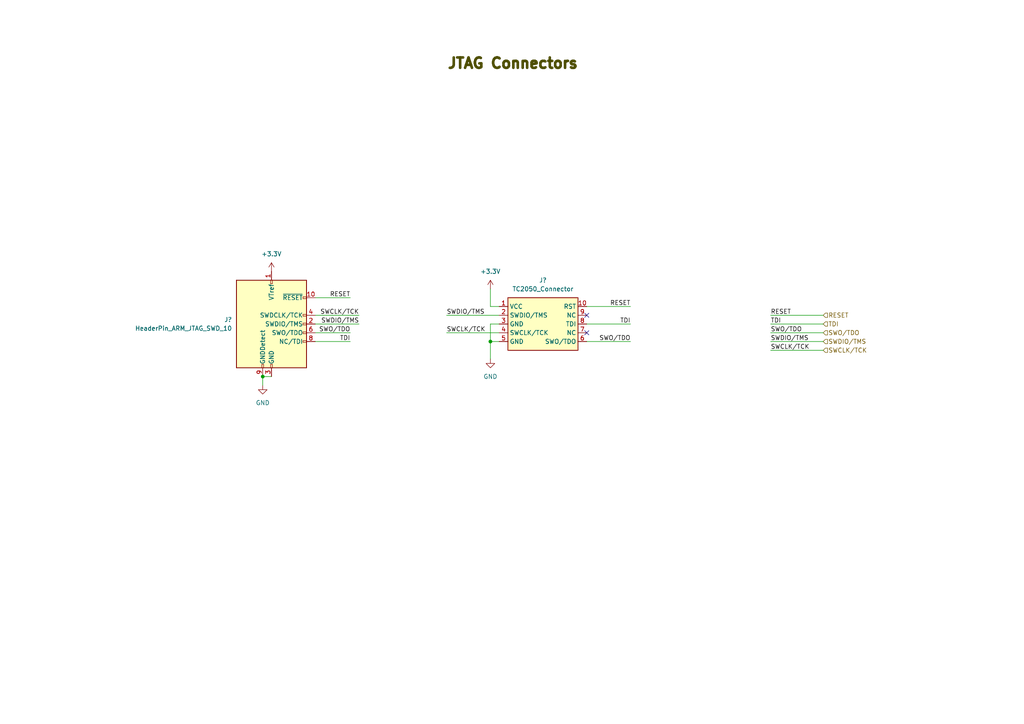
<source format=kicad_sch>
(kicad_sch (version 20230121) (generator eeschema)
  (paper "A4")
  (title_block (title "JTAG Connectors") (date "2023-06-28") (rev "R1"))
  (lib_symbols
    (symbol "Connector:Conn_ARM_JTAG_SWD_10" (pin_names (offset 1.016))
      (property "Reference" "J" (at -2.54 16.51 0))
      (property "Value" "Conn_ARM_JTAG_SWD_10" (at -2.54 13.97 0))
      (symbol "Conn_ARM_JTAG_SWD_10_0_1"
        (rectangle (start -10.16 12.7) (end 10.16 -12.7) (stroke (width 0.254)) (fill (type background)))
        (rectangle (start -2.794 -12.7) (end -2.286 -11.684))
        (rectangle (start -0.254 -12.7) (end 0.254 -11.684))
        (rectangle (start -0.254 12.7) (end 0.254 11.684))
        (rectangle (start 9.144 2.286) (end 10.16 2.794))
        (rectangle (start 10.16 -2.794) (end 9.144 -2.286))
        (rectangle (start 10.16 -0.254) (end 9.144 0.254))
        (rectangle (start 10.16 7.874) (end 9.144 7.366))
      )
      (symbol "Conn_ARM_JTAG_SWD_10_1_1"
        (rectangle (start 9.144 -5.334) (end 10.16 -4.826))
        (pin power_in line (at 0 15.24 270) (length 2.54) (name "VTref") (number "1"))
        (pin open_collector line (at 12.7 7.62 180) (length 2.54) (name "~{RESET}") (number "10"))
        (pin bidirectional line (at 12.7 0 180) (length 2.54) (name "SWDIO/TMS") (number "2"))
        (pin power_in line (at 0 -15.24 90) (length 2.54) (name "GND") (number "3"))
        (pin output line (at 12.7 2.54 180) (length 2.54) (name "SWDCLK/TCK") (number "4"))
        (pin passive line (at 0 -15.24 90) (length 2.54) hide (name "GND") (number "5"))
        (pin input line (at 12.7 -2.54 180) (length 2.54) (name "SWO/TDO") (number "6"))
        (pin no_connect line (at -10.16 0 0) (length 2.54) hide (name "KEY") (number "7"))
        (pin output line (at 12.7 -5.08 180) (length 2.54) (name "NC/TDI") (number "8"))
        (pin passive line (at -2.54 -15.24 90) (length 2.54) (name "GNDDetect") (number "9"))
      )
    )
    (symbol "My Libraries:TC2050_Connector"
      (property "Reference" "J" (at 0 10.16 0))
      (property "Value" "TC2050_Connector" (at -7.62 0 0))
      (symbol "TC2050_Connector_1_1"
        (rectangle (start -10.16 7.62) (end 10.16 -7.62) (stroke (width 0.254)) (fill (type background)))
        (pin passive line (at -12.7 5.08 0) (length 2.54) (name "VCC") (number "1"))
        (pin passive line (at 12.7 5.08 180) (length 2.54) (name "RST") (number "10"))
        (pin passive line (at -12.7 2.54 0) (length 2.54) (name "SWDIO/TMS") (number "2"))
        (pin passive line (at -12.7 0 0) (length 2.54) (name "GND") (number "3"))
        (pin passive line (at -12.7 -2.54 0) (length 2.54) (name "SWCLK/TCK") (number "4"))
        (pin passive line (at -12.7 -5.08 0) (length 2.54) (name "GND") (number "5"))
        (pin passive line (at 12.7 -5.08 180) (length 2.54) (name "SWO/TDO") (number "6"))
        (pin passive line (at 12.7 -2.54 180) (length 2.54) (name "NC") (number "7"))
        (pin passive line (at 12.7 0 180) (length 2.54) (name "TDI") (number "8"))
        (pin passive line (at 12.7 2.54 180) (length 2.54) (name "NC") (number "9"))
      )
    )
    (symbol "power:+3.3V" (power) (pin_names (offset 0))
      (property "Value" "+3.3V" (at 0 3.556 0))
      (symbol "+3.3V_0_1"
        (polyline (pts (xy -0.762 1.27) (xy 0 2.54)))
        (polyline (pts (xy 0 0) (xy 0 2.54)))
        (polyline (pts (xy 0 2.54) (xy 0.762 1.27)))
      )
      (symbol "+3.3V_1_1"
        (pin power_in line (at 0 0 90) (length 0) hide (name "+3.3V") (number "1"))
      )
    )
    (symbol "power:GND" (power) (pin_names (offset 0))
      (property "Value" "GND" (at 0 -3.81 0))
      (symbol "GND_0_1"
        (polyline (pts (xy 0 0) (xy 0 -1.27) (xy 1.27 -1.27) (xy 0 -2.54) (xy -1.27 -1.27) (xy 0 -1.27)))
      )
      (symbol "GND_1_1"
        (pin power_in line (at 0 0 270) (length 0) hide (name "GND") (number "1"))
      )
    )
  )
  (junction (at 76.2 109.22))
  (junction (at 142.24 99.06))
  (no_connect (at 170.18 91.44))
  (no_connect (at 170.18 96.52))
  (wire (pts (xy 223.52 99.06) (xy 238.76 99.06)))
  (wire (pts (xy 142.24 99.06) (xy 142.24 104.14)))
  (wire (pts (xy 91.44 96.52) (xy 101.6 96.52)))
  (wire (pts (xy 91.44 93.98) (xy 104.14 93.98)))
  (wire (pts (xy 76.2 109.22) (xy 76.2 111.76)))
  (wire (pts (xy 76.2 109.22) (xy 78.74 109.22)))
  (wire (pts (xy 142.24 99.06) (xy 144.78 99.06)))
  (wire (pts (xy 170.18 88.9) (xy 182.88 88.9)))
  (wire (pts (xy 238.76 93.98) (xy 223.52 93.98)))
  (wire (pts (xy 144.78 88.9) (xy 142.24 88.9)))
  (wire (pts (xy 170.18 93.98) (xy 182.88 93.98)))
  (wire (pts (xy 129.54 91.44) (xy 144.78 91.44)))
  (wire (pts (xy 223.52 101.6) (xy 238.76 101.6)))
  (wire (pts (xy 129.54 96.52) (xy 144.78 96.52)))
  (wire (pts (xy 91.44 99.06) (xy 101.6 99.06)))
  (wire (pts (xy 91.44 91.44) (xy 104.14 91.44)))
  (wire (pts (xy 142.24 93.98) (xy 142.24 99.06)))
  (wire (pts (xy 238.76 96.52) (xy 223.52 96.52)))
  (wire (pts (xy 170.18 99.06) (xy 182.88 99.06)))
  (wire (pts (xy 91.44 86.36) (xy 101.6 86.36)))
  (wire (pts (xy 142.24 88.9) (xy 142.24 83.82)))
  (wire (pts (xy 238.76 91.44) (xy 223.52 91.44)))
  (wire (pts (xy 144.78 93.98) (xy 142.24 93.98)))
  (text "${TITLE}" (at 129.54 20.32 0) (effects (font (size 3 3) (thickness 0.8) bold) (justify left bottom)))
  (label "SWCLK{slash}TCK" (at 104.14 91.44 180))
  (label "SWO{slash}TDO" (at 182.88 99.06 180))
  (label "RESET" (at 101.6 86.36 180))
  (label "SWCLK{slash}TCK" (at 223.52 101.6 0))
  (label "TDI" (at 182.88 93.98 180))
  (label "TDI" (at 101.6 99.06 180))
  (label "SWDIO{slash}TMS" (at 129.54 91.44 0))
  (label "TDI" (at 223.52 93.98 0))
  (label "RESET" (at 223.52 91.44 0))
  (label "RESET" (at 182.88 88.9 180))
  (label "SWCLK{slash}TCK" (at 129.54 96.52 0))
  (label "SWDIO{slash}TMS" (at 104.14 93.98 180))
  (label "SWO{slash}TDO" (at 101.6 96.52 180))
  (label "SWDIO{slash}TMS" (at 223.52 99.06 0))
  (label "SWO{slash}TDO" (at 223.52 96.52 0))
  (hierarchical_label "SWDIO{slash}TMS" (shape input) (at 238.76 99.06 0))
  (hierarchical_label "SWCLK{slash}TCK" (shape input) (at 238.76 101.6 0))
  (hierarchical_label "SWO{slash}TDO" (shape input) (at 238.76 96.52 0))
  (hierarchical_label "TDI" (shape input) (at 238.76 93.98 0))
  (hierarchical_label "RESET" (shape input) (at 238.76 91.44 0))
  (symbol (lib_id "My Libraries:TC2050_Connector") (at 157.48 93.98 0) (unit 1)
    (property "Reference" "J?" (at 157.48 81.28 0))
    (property "Value" "TC2050_Connector" (at 157.48 83.82 0))
    (property "Footprint" "Connector:Tag-Connect_TC2050-IDC-NL_2x05_P1.27mm_Vertical" (effects hide))
    (instances (project "serial_io_expander" (path "" (reference "J?") (unit 1)) (path "" (reference "J7") (unit 1))))
  )
  (symbol (lib_id "power:GND") (at 76.2 111.76 0) (unit 1)
    (property "Reference" "#PWR?" (effects hide))
    (property "Value" "GND" (at 76.2 116.84 0))
    (instances (project "serial_io_expander" (path "" (reference "#PWR?") (unit 1)) (path "" (reference "#PWR0277") (unit 1))))
  )
  (symbol (lib_id "power:GND") (at 142.24 104.14 0) (unit 1)
    (property "Reference" "#PWR?" (effects hide))
    (property "Value" "GND" (at 142.24 109.22 0))
    (instances (project "serial_io_expander" (path "" (reference "#PWR?") (unit 1)) (path "" (reference "#PWR0279") (unit 1))))
  )
  (symbol (lib_id "power:+3.3V") (at 78.74 78.74 0) (unit 1)
    (property "Reference" "#PWR?" (effects hide))
    (property "Value" "+3.3V" (at 78.74 73.66 0))
    (instances (project "serial_io_expander" (path "" (reference "#PWR?") (unit 1)) (path "" (reference "#PWR0280") (unit 1))))
  )
  (symbol (lib_id "Connector:Conn_ARM_JTAG_SWD_10") (at 78.74 93.98 0) (unit 1)
    (property "Reference" "J?" (at 67.31 92.71 0) (effects (justify right)))
    (property "Value" "HeaderPin_ARM_JTAG_SWD_10" (at 67.31 95.25 0) (effects (justify right)))
    (property "Footprint" "Connector_PinHeader_2.54mm:PinHeader_2x05_P2.54mm_Vertical" (effects hide))
    (property "Datasheet" "http://infocenter.arm.com/help/topic/com.arm.doc.ddi0314h/DDI0314H_coresight_components_trm.pdf" (effects hide))
    (instances (project "serial_io_expander" (path "" (reference "J?") (unit 1)) (path "" (reference "J6") (unit 1))))
  )
  (symbol (lib_id "power:+3.3V") (at 142.24 83.82 0) (unit 1)
    (property "Reference" "#PWR?" (effects hide))
    (property "Value" "+3.3V" (at 142.24 78.74 0))
    (instances (project "serial_io_expander" (path "" (reference "#PWR?") (unit 1)) (path "" (reference "#PWR0278") (unit 1))))
  )
)
</source>
